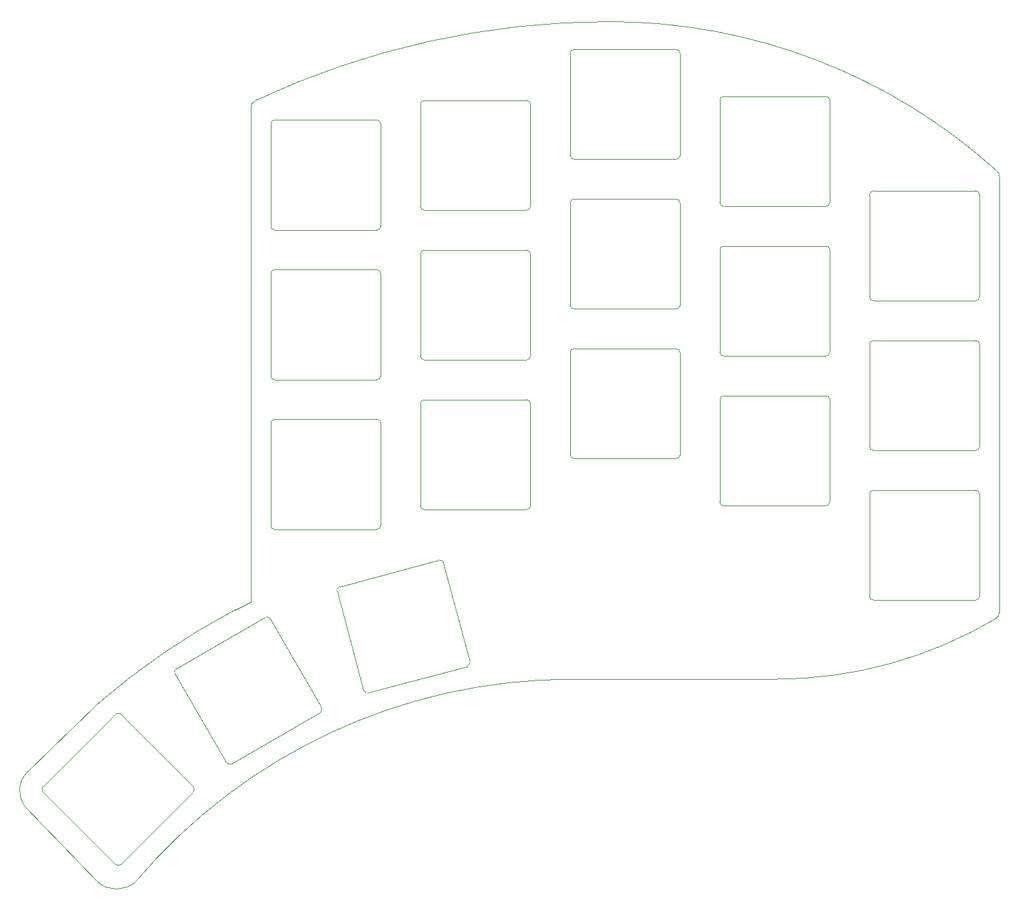
<source format=gm1>
%TF.GenerationSoftware,KiCad,Pcbnew,7.0.7-2.fc38*%
%TF.CreationDate,2023-10-04T19:56:36+05:30*%
%TF.ProjectId,top_plate_niz,746f705f-706c-4617-9465-5f6e697a2e6b,rev?*%
%TF.SameCoordinates,Original*%
%TF.FileFunction,Profile,NP*%
%FSLAX46Y46*%
G04 Gerber Fmt 4.6, Leading zero omitted, Abs format (unit mm)*
G04 Created by KiCad (PCBNEW 7.0.7-2.fc38) date 2023-10-04 19:56:36*
%MOMM*%
%LPD*%
G01*
G04 APERTURE LIST*
%TA.AperFunction,Profile*%
%ADD10C,0.050000*%
%TD*%
%TA.AperFunction,Profile*%
%ADD11C,0.100000*%
%TD*%
G04 APERTURE END LIST*
D10*
X55182170Y-100170078D02*
X53182169Y-101202258D01*
X150430917Y-46085746D02*
G75*
G03*
X150107140Y-45349092I-999117J346D01*
G01*
D11*
X150430942Y-65246058D02*
X150430942Y-60166057D01*
D10*
X35746713Y-135879350D02*
G75*
G03*
X40579026Y-135740784I2340757J2698750D01*
G01*
X35746711Y-135879352D02*
X26387469Y-126180595D01*
X150107143Y-45349089D02*
G75*
G03*
X100806597Y-26334574I-49300483J-54405431D01*
G01*
X26817899Y-121712304D02*
G75*
G03*
X26387469Y-126180595I2308931J-2477296D01*
G01*
X150430947Y-101485646D02*
X150430939Y-86246058D01*
X121856035Y-110035978D02*
G75*
G03*
X149957548Y-102335002I-135J55123378D01*
G01*
X149957548Y-102335003D02*
G75*
G03*
X150430947Y-101485646I-525148J849303D01*
G01*
X121856035Y-110035989D02*
X95794156Y-110035649D01*
X95794156Y-110035647D02*
G75*
G03*
X40579028Y-135740785I232684J-72653953D01*
G01*
X35489437Y-113346815D02*
X26817897Y-121712302D01*
X100806597Y-26334573D02*
G75*
G03*
X55757144Y-36379092I503J-106047427D01*
G01*
X55181887Y-37284664D02*
X55181884Y-51980529D01*
X55182170Y-99292261D02*
X55181884Y-51980529D01*
X53182166Y-101202252D02*
G75*
G03*
X35489437Y-113346815I42919634J-81487248D01*
G01*
D11*
X150430939Y-86246058D02*
X150430940Y-81166057D01*
D10*
X150430942Y-60166057D02*
X150430939Y-46085746D01*
X55182170Y-99292261D02*
X55182170Y-100170078D01*
X55757142Y-36379088D02*
G75*
G03*
X55181887Y-37284664I425058J-905512D01*
G01*
X150430942Y-65246058D02*
X150430940Y-81166057D01*
D11*
%TO.C,SW111*%
X134406339Y-99960495D02*
X147406339Y-99960495D01*
X133906339Y-99460495D02*
X133906339Y-86460495D01*
X147906339Y-99460495D02*
X147906339Y-86460495D01*
X134406339Y-85960495D02*
X147406339Y-85960495D01*
X133906339Y-99460495D02*
G75*
G03*
X134406339Y-99960495I500001J1D01*
G01*
X147406339Y-99960495D02*
G75*
G03*
X147906339Y-99460495I-94J500094D01*
G01*
X134406339Y-85960495D02*
G75*
G03*
X133906339Y-86460495I100J-500100D01*
G01*
X147906339Y-86460495D02*
G75*
G03*
X147406339Y-85960495I-500000J0D01*
G01*
%TO.C,SW103*%
X96306345Y-43859995D02*
X109306345Y-43859995D01*
X95806345Y-43359995D02*
X95806345Y-30359995D01*
X109806345Y-43359995D02*
X109806345Y-30359995D01*
X96306345Y-29859995D02*
X109306345Y-29859995D01*
X95806345Y-43359995D02*
G75*
G03*
X96306345Y-43859995I500001J1D01*
G01*
X109306345Y-43859995D02*
G75*
G03*
X109806345Y-43359995I-94J500094D01*
G01*
X96306345Y-29859995D02*
G75*
G03*
X95806345Y-30359995I100J-500100D01*
G01*
X109806345Y-30359995D02*
G75*
G03*
X109306345Y-29859995I-500000J0D01*
G01*
%TO.C,SW105*%
X58206339Y-52859993D02*
X71206339Y-52859993D01*
X57706339Y-52359993D02*
X57706339Y-39359993D01*
X71706339Y-52359993D02*
X71706339Y-39359993D01*
X58206339Y-38859993D02*
X71206339Y-38859993D01*
X57706339Y-52359993D02*
G75*
G03*
X58206339Y-52859993I500001J1D01*
G01*
X71206339Y-52859993D02*
G75*
G03*
X71706339Y-52359993I-94J500094D01*
G01*
X58206339Y-38859993D02*
G75*
G03*
X57706339Y-39359993I100J-500100D01*
G01*
X71706339Y-39359993D02*
G75*
G03*
X71206339Y-38859993I-500000J0D01*
G01*
%TO.C,SW104*%
X77256340Y-50360003D02*
X90256340Y-50360003D01*
X76756340Y-49860003D02*
X76756340Y-36860003D01*
X90756340Y-49860003D02*
X90756340Y-36860003D01*
X77256340Y-36360003D02*
X90256340Y-36360003D01*
X76756340Y-49860003D02*
G75*
G03*
X77256340Y-50360003I500001J1D01*
G01*
X90256340Y-50360003D02*
G75*
G03*
X90756340Y-49860003I-94J500094D01*
G01*
X77256340Y-36360003D02*
G75*
G03*
X76756340Y-36860003I100J-500100D01*
G01*
X90756340Y-36860003D02*
G75*
G03*
X90256340Y-36360003I-500000J0D01*
G01*
%TO.C,SW116*%
X47842319Y-123693831D02*
X38649930Y-114501442D01*
X47842319Y-124400937D02*
X38649930Y-133593326D01*
X37942824Y-114501442D02*
X28750435Y-123693831D01*
X37942824Y-133593326D02*
X28750435Y-124400937D01*
X47842318Y-124400936D02*
G75*
G03*
X47842318Y-123693832I-353554J353552D01*
G01*
X38649929Y-114501443D02*
G75*
G03*
X37942825Y-114501443I-353552J-353687D01*
G01*
X37942825Y-133593325D02*
G75*
G03*
X38649929Y-133593325I353552J353694D01*
G01*
X28750435Y-123693831D02*
G75*
G03*
X28750435Y-124400937I353554J-353553D01*
G01*
%TO.C,SW114*%
X77256343Y-88459993D02*
X90256343Y-88459993D01*
X76756343Y-87959993D02*
X76756343Y-74959993D01*
X90756343Y-87959993D02*
X90756343Y-74959993D01*
X77256343Y-74459993D02*
X90256343Y-74459993D01*
X76756343Y-87959993D02*
G75*
G03*
X77256343Y-88459993I500001J1D01*
G01*
X90256343Y-88459993D02*
G75*
G03*
X90756343Y-87959993I-94J500094D01*
G01*
X77256343Y-74459993D02*
G75*
G03*
X76756343Y-74959993I100J-500100D01*
G01*
X90756343Y-74959993D02*
G75*
G03*
X90256343Y-74459993I-500000J0D01*
G01*
%TO.C,SW107*%
X115356339Y-68910496D02*
X128356339Y-68910496D01*
X114856339Y-68410496D02*
X114856339Y-55410496D01*
X128856339Y-68410496D02*
X128856339Y-55410496D01*
X115356339Y-54910496D02*
X128356339Y-54910496D01*
X114856339Y-68410496D02*
G75*
G03*
X115356339Y-68910496I500001J1D01*
G01*
X128356339Y-68910496D02*
G75*
G03*
X128856339Y-68410496I-94J500094D01*
G01*
X115356339Y-54910496D02*
G75*
G03*
X114856339Y-55410496I100J-500100D01*
G01*
X128856339Y-55410496D02*
G75*
G03*
X128356339Y-54910496I-500000J0D01*
G01*
%TO.C,SW102*%
X115356343Y-49860499D02*
X128356343Y-49860499D01*
X114856343Y-49360499D02*
X114856343Y-36360499D01*
X128856343Y-49360499D02*
X128856343Y-36360499D01*
X115356343Y-35860499D02*
X128356343Y-35860499D01*
X114856343Y-49360499D02*
G75*
G03*
X115356343Y-49860499I500001J1D01*
G01*
X128356343Y-49860499D02*
G75*
G03*
X128856343Y-49360499I-94J500094D01*
G01*
X115356343Y-35860499D02*
G75*
G03*
X114856343Y-36360499I100J-500100D01*
G01*
X128856343Y-36360499D02*
G75*
G03*
X128356343Y-35860499I-500000J0D01*
G01*
%TO.C,SW118*%
X83047102Y-107767480D02*
X79682454Y-95210444D01*
X82693548Y-108379852D02*
X70136512Y-111744500D01*
X79070082Y-94856890D02*
X66513046Y-98221538D01*
X69524140Y-111390946D02*
X66159492Y-98833910D01*
X82693548Y-108379851D02*
G75*
G03*
X83047101Y-107767480I-129409J482962D01*
G01*
X79682454Y-95210444D02*
G75*
G03*
X79070082Y-94856891I-483030J-129526D01*
G01*
X69524140Y-111390946D02*
G75*
G03*
X70136512Y-111744500I483034J129532D01*
G01*
X66513046Y-98221539D02*
G75*
G03*
X66159493Y-98833910I129409J-482962D01*
G01*
%TO.C,SW109*%
X77256338Y-69409992D02*
X90256338Y-69409992D01*
X76756338Y-68909992D02*
X76756338Y-55909992D01*
X90756338Y-68909992D02*
X90756338Y-55909992D01*
X77256338Y-55409992D02*
X90256338Y-55409992D01*
X76756338Y-68909992D02*
G75*
G03*
X77256338Y-69409992I500001J1D01*
G01*
X90256338Y-69409992D02*
G75*
G03*
X90756338Y-68909992I-94J500094D01*
G01*
X77256338Y-55409992D02*
G75*
G03*
X76756338Y-55909992I100J-500100D01*
G01*
X90756338Y-55909992D02*
G75*
G03*
X90256338Y-55409992I-500000J0D01*
G01*
%TO.C,SW112*%
X115356338Y-87960495D02*
X128356338Y-87960495D01*
X114856338Y-87460495D02*
X114856338Y-74460495D01*
X128856338Y-87460495D02*
X128856338Y-74460495D01*
X115356338Y-73960495D02*
X128356338Y-73960495D01*
X114856338Y-87460495D02*
G75*
G03*
X115356338Y-87960495I500001J1D01*
G01*
X128356338Y-87960495D02*
G75*
G03*
X128856338Y-87460495I-94J500094D01*
G01*
X115356338Y-73960495D02*
G75*
G03*
X114856338Y-74460495I100J-500100D01*
G01*
X128856338Y-74460495D02*
G75*
G03*
X128356338Y-73960495I-500000J0D01*
G01*
%TO.C,SW117*%
X64168555Y-113609549D02*
X57668555Y-102351219D01*
X63985542Y-114292562D02*
X52727212Y-120792562D01*
X56985542Y-102168206D02*
X45727212Y-108668206D01*
X52044199Y-120609549D02*
X45544199Y-109351219D01*
X63985542Y-114292562D02*
G75*
G03*
X64168555Y-113609549I-250001J433013D01*
G01*
X57668554Y-102351219D02*
G75*
G03*
X56985542Y-102168206I-433047J-250130D01*
G01*
X52044199Y-120609549D02*
G75*
G03*
X52727212Y-120792562I433049J250136D01*
G01*
X45727212Y-108668206D02*
G75*
G03*
X45544199Y-109351219I250000J-433013D01*
G01*
%TO.C,SW108*%
X96306341Y-62909999D02*
X109306341Y-62909999D01*
X95806341Y-62409999D02*
X95806341Y-49409999D01*
X109806341Y-62409999D02*
X109806341Y-49409999D01*
X96306341Y-48909999D02*
X109306341Y-48909999D01*
X95806341Y-62409999D02*
G75*
G03*
X96306341Y-62909999I500001J1D01*
G01*
X109306341Y-62909999D02*
G75*
G03*
X109806341Y-62409999I-94J500094D01*
G01*
X96306341Y-48909999D02*
G75*
G03*
X95806341Y-49409999I100J-500100D01*
G01*
X109806341Y-49409999D02*
G75*
G03*
X109306341Y-48909999I-500000J0D01*
G01*
%TO.C,SW106*%
X134406336Y-80910494D02*
X147406336Y-80910494D01*
X133906336Y-80410494D02*
X133906336Y-67410494D01*
X147906336Y-80410494D02*
X147906336Y-67410494D01*
X134406336Y-66910494D02*
X147406336Y-66910494D01*
X133906336Y-80410494D02*
G75*
G03*
X134406336Y-80910494I500001J1D01*
G01*
X147406336Y-80910494D02*
G75*
G03*
X147906336Y-80410494I-94J500094D01*
G01*
X134406336Y-66910494D02*
G75*
G03*
X133906336Y-67410494I100J-500100D01*
G01*
X147906336Y-67410494D02*
G75*
G03*
X147406336Y-66910494I-500000J0D01*
G01*
%TO.C,SW101*%
X134406348Y-61860496D02*
X147406348Y-61860496D01*
X133906348Y-61360496D02*
X133906348Y-48360496D01*
X147906348Y-61360496D02*
X147906348Y-48360496D01*
X134406348Y-47860496D02*
X147406348Y-47860496D01*
X133906348Y-61360496D02*
G75*
G03*
X134406348Y-61860496I500001J1D01*
G01*
X147406348Y-61860496D02*
G75*
G03*
X147906348Y-61360496I-94J500094D01*
G01*
X134406348Y-47860496D02*
G75*
G03*
X133906348Y-48360496I100J-500100D01*
G01*
X147906348Y-48360496D02*
G75*
G03*
X147406348Y-47860496I-500000J0D01*
G01*
%TO.C,SW115*%
X58206339Y-90959995D02*
X71206339Y-90959995D01*
X57706339Y-90459995D02*
X57706339Y-77459995D01*
X71706339Y-90459995D02*
X71706339Y-77459995D01*
X58206339Y-76959995D02*
X71206339Y-76959995D01*
X57706339Y-90459995D02*
G75*
G03*
X58206339Y-90959995I500001J1D01*
G01*
X71206339Y-90959995D02*
G75*
G03*
X71706339Y-90459995I-94J500094D01*
G01*
X58206339Y-76959995D02*
G75*
G03*
X57706339Y-77459995I100J-500100D01*
G01*
X71706339Y-77459995D02*
G75*
G03*
X71206339Y-76959995I-500000J0D01*
G01*
%TO.C,SW113*%
X96306340Y-81959989D02*
X109306340Y-81959989D01*
X95806340Y-81459989D02*
X95806340Y-68459989D01*
X109806340Y-81459989D02*
X109806340Y-68459989D01*
X96306340Y-67959989D02*
X109306340Y-67959989D01*
X95806340Y-81459989D02*
G75*
G03*
X96306340Y-81959989I500001J1D01*
G01*
X109306340Y-81959989D02*
G75*
G03*
X109806340Y-81459989I-94J500094D01*
G01*
X96306340Y-67959989D02*
G75*
G03*
X95806340Y-68459989I100J-500100D01*
G01*
X109806340Y-68459989D02*
G75*
G03*
X109306340Y-67959989I-500000J0D01*
G01*
%TO.C,SW110*%
X58206340Y-71909997D02*
X71206340Y-71909997D01*
X57706340Y-71409997D02*
X57706340Y-58409997D01*
X71706340Y-71409997D02*
X71706340Y-58409997D01*
X58206340Y-57909997D02*
X71206340Y-57909997D01*
X57706340Y-71409997D02*
G75*
G03*
X58206340Y-71909997I500001J1D01*
G01*
X71206340Y-71909997D02*
G75*
G03*
X71706340Y-71409997I-94J500094D01*
G01*
X58206340Y-57909997D02*
G75*
G03*
X57706340Y-58409997I100J-500100D01*
G01*
X71706340Y-58409997D02*
G75*
G03*
X71206340Y-57909997I-500000J0D01*
G01*
%TD*%
M02*

</source>
